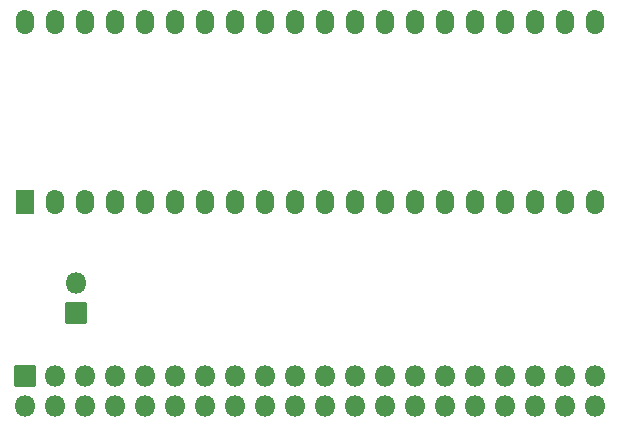
<source format=gbr>
G04 #@! TF.GenerationSoftware,KiCad,Pcbnew,(7.0.0)*
G04 #@! TF.CreationDate,2023-02-17T13:21:23-07:00*
G04 #@! TF.ProjectId,Single Chip,53696e67-6c65-4204-9368-69702e6b6963,rev?*
G04 #@! TF.SameCoordinates,Original*
G04 #@! TF.FileFunction,Soldermask,Top*
G04 #@! TF.FilePolarity,Negative*
%FSLAX46Y46*%
G04 Gerber Fmt 4.6, Leading zero omitted, Abs format (unit mm)*
G04 Created by KiCad (PCBNEW (7.0.0)) date 2023-02-17 13:21:23*
%MOMM*%
%LPD*%
G01*
G04 APERTURE LIST*
G04 Aperture macros list*
%AMRoundRect*
0 Rectangle with rounded corners*
0 $1 Rounding radius*
0 $2 $3 $4 $5 $6 $7 $8 $9 X,Y pos of 4 corners*
0 Add a 4 corners polygon primitive as box body*
4,1,4,$2,$3,$4,$5,$6,$7,$8,$9,$2,$3,0*
0 Add four circle primitives for the rounded corners*
1,1,$1+$1,$2,$3*
1,1,$1+$1,$4,$5*
1,1,$1+$1,$6,$7*
1,1,$1+$1,$8,$9*
0 Add four rect primitives between the rounded corners*
20,1,$1+$1,$2,$3,$4,$5,0*
20,1,$1+$1,$4,$5,$6,$7,0*
20,1,$1+$1,$6,$7,$8,$9,0*
20,1,$1+$1,$8,$9,$2,$3,0*%
G04 Aperture macros list end*
%ADD10RoundRect,0.051000X0.720000X-1.000000X0.720000X1.000000X-0.720000X1.000000X-0.720000X-1.000000X0*%
%ADD11O,1.542000X2.102000*%
%ADD12RoundRect,0.051000X0.850000X0.850000X-0.850000X0.850000X-0.850000X-0.850000X0.850000X-0.850000X0*%
%ADD13O,1.802000X1.802000*%
%ADD14RoundRect,0.051000X-0.850000X0.850000X-0.850000X-0.850000X0.850000X-0.850000X0.850000X0.850000X0*%
G04 APERTURE END LIST*
D10*
X124460000Y-80264000D03*
D11*
X126999999Y-80263999D03*
X129539999Y-80263999D03*
X132079999Y-80263999D03*
X134619999Y-80263999D03*
X137159999Y-80263999D03*
X139699999Y-80263999D03*
X142239999Y-80263999D03*
X144779999Y-80263999D03*
X147319999Y-80263999D03*
X149859999Y-80263999D03*
X152399999Y-80263999D03*
X154939999Y-80263999D03*
X157479999Y-80263999D03*
X160019999Y-80263999D03*
X162559999Y-80263999D03*
X165099999Y-80263999D03*
X167639999Y-80263999D03*
X170179999Y-80263999D03*
X172719999Y-80263999D03*
X172719999Y-65023999D03*
X170179999Y-65023999D03*
X167639999Y-65023999D03*
X165099999Y-65023999D03*
X162559999Y-65023999D03*
X160019999Y-65023999D03*
X157479999Y-65023999D03*
X154939999Y-65023999D03*
X152399999Y-65023999D03*
X149859999Y-65023999D03*
X147319999Y-65023999D03*
X144779999Y-65023999D03*
X142239999Y-65023999D03*
X139699999Y-65023999D03*
X137159999Y-65023999D03*
X134619999Y-65023999D03*
X132079999Y-65023999D03*
X129539999Y-65023999D03*
X126999999Y-65023999D03*
X124459999Y-65023999D03*
D12*
X128778000Y-89662000D03*
D13*
X128777999Y-87121999D03*
D14*
X124460000Y-94996000D03*
D13*
X124459999Y-97535999D03*
X126999999Y-94995999D03*
X126999999Y-97535999D03*
X129539999Y-94995999D03*
X129539999Y-97535999D03*
X132079999Y-94995999D03*
X132079999Y-97535999D03*
X134619999Y-94995999D03*
X134619999Y-97535999D03*
X137159999Y-94995999D03*
X137159999Y-97535999D03*
X139699999Y-94995999D03*
X139699999Y-97535999D03*
X142239999Y-94995999D03*
X142239999Y-97535999D03*
X144779999Y-94995999D03*
X144779999Y-97535999D03*
X147319999Y-94995999D03*
X147319999Y-97535999D03*
X149859999Y-94995999D03*
X149859999Y-97535999D03*
X152399999Y-94995999D03*
X152399999Y-97535999D03*
X154939999Y-94995999D03*
X154939999Y-97535999D03*
X157479999Y-94995999D03*
X157479999Y-97535999D03*
X160019999Y-94995999D03*
X160019999Y-97535999D03*
X162559999Y-94995999D03*
X162559999Y-97535999D03*
X165099999Y-94995999D03*
X165099999Y-97535999D03*
X167639999Y-94995999D03*
X167639999Y-97535999D03*
X170179999Y-94995999D03*
X170179999Y-97535999D03*
X172719999Y-94995999D03*
X172719999Y-97535999D03*
M02*

</source>
